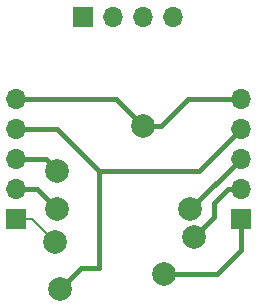
<source format=gbr>
%TF.GenerationSoftware,KiCad,Pcbnew,8.0.3*%
%TF.CreationDate,2024-10-12T13:36:13-04:00*%
%TF.ProjectId,puzzle-piece-pcb,70757a7a-6c65-42d7-9069-6563652d7063,rev?*%
%TF.SameCoordinates,Original*%
%TF.FileFunction,Copper,L1,Top*%
%TF.FilePolarity,Positive*%
%FSLAX46Y46*%
G04 Gerber Fmt 4.6, Leading zero omitted, Abs format (unit mm)*
G04 Created by KiCad (PCBNEW 8.0.3) date 2024-10-12 13:36:13*
%MOMM*%
%LPD*%
G01*
G04 APERTURE LIST*
%TA.AperFunction,ComponentPad*%
%ADD10R,1.700000X1.700000*%
%TD*%
%TA.AperFunction,ComponentPad*%
%ADD11O,1.700000X1.700000*%
%TD*%
%TA.AperFunction,ViaPad*%
%ADD12C,2.000000*%
%TD*%
%TA.AperFunction,Conductor*%
%ADD13C,0.396748*%
%TD*%
%TA.AperFunction,Conductor*%
%ADD14C,0.200000*%
%TD*%
G04 APERTURE END LIST*
D10*
%TO.P,J1,1,Pin_1*%
%TO.N,OLED_GND *%
X159950000Y-90725000D03*
D11*
%TO.P,J1,2,Pin_2*%
%TO.N,+3.3V*%
X162490000Y-90725000D03*
%TO.P,J1,3,Pin_3*%
%TO.N,S_SCL*%
X165030000Y-90725000D03*
%TO.P,J1,4,Pin_4*%
%TO.N,S_SDA*%
X167570000Y-90725000D03*
%TD*%
D10*
%TO.P,J3,1,Pin_1*%
%TO.N,UPDI*%
X173250000Y-107825000D03*
D11*
%TO.P,J3,2,Pin_2*%
%TO.N,TX*%
X173250000Y-105285000D03*
%TO.P,J3,3,Pin_3*%
%TO.N,RX*%
X173250000Y-102745000D03*
%TO.P,J3,4,Pin_4*%
%TO.N,OLED_GND *%
X173250000Y-100205000D03*
%TO.P,J3,5,Pin_5*%
%TO.N,+3.3V*%
X173250000Y-97665000D03*
%TD*%
D10*
%TO.P,J2,1,Pin_1*%
%TO.N,H_SDA*%
X154250000Y-107825000D03*
D11*
%TO.P,J2,2,Pin_2*%
%TO.N,H_SCL*%
X154250000Y-105285000D03*
%TO.P,J2,3,Pin_3*%
%TO.N,ANALOG*%
X154250000Y-102745000D03*
%TO.P,J2,4,Pin_4*%
%TO.N,OLED_GND *%
X154250000Y-100205000D03*
%TO.P,J2,5,Pin_5*%
%TO.N,+3.3V*%
X154250000Y-97665000D03*
%TD*%
D12*
%TO.N,+3.3V*%
X165000000Y-100000000D03*
%TO.N,ANALOG*%
X157750000Y-103750000D03*
%TO.N,H_SDA*%
X157500000Y-109750000D03*
%TO.N,H_SCL*%
X157750000Y-107000000D03*
%TO.N,TX*%
X169265743Y-109391684D03*
%TO.N,RX*%
X169000000Y-107000000D03*
%TO.N,UPDI*%
X166750000Y-112500000D03*
%TO.N,OLED_GND *%
X158000000Y-113750000D03*
%TD*%
D13*
%TO.N,+3.3V*%
X165000000Y-100000000D02*
X166500000Y-100000000D01*
X154250000Y-97665000D02*
X162665000Y-97665000D01*
X166500000Y-100000000D02*
X168835000Y-97665000D01*
X168835000Y-97665000D02*
X173250000Y-97665000D01*
X162665000Y-97665000D02*
X165000000Y-100000000D01*
%TO.N,ANALOG*%
X154250000Y-102745000D02*
X156745000Y-102745000D01*
X156745000Y-102745000D02*
X157750000Y-103750000D01*
D14*
%TO.N,H_SDA*%
X154250000Y-107825000D02*
X155575000Y-107825000D01*
X155575000Y-107825000D02*
X157500000Y-109750000D01*
D13*
%TO.N,H_SCL*%
X154250000Y-105285000D02*
X156035000Y-105285000D01*
X156035000Y-105285000D02*
X157750000Y-107000000D01*
%TO.N,TX*%
X171000000Y-107657427D02*
X171000000Y-106500000D01*
X171000000Y-106500000D02*
X172215000Y-105285000D01*
X172215000Y-105285000D02*
X173250000Y-105285000D01*
X169265743Y-109391684D02*
X171000000Y-107657427D01*
%TO.N,RX*%
X169000000Y-107000000D02*
X169000000Y-106995000D01*
X169000000Y-106995000D02*
X173250000Y-102745000D01*
%TO.N,UPDI*%
X173250000Y-110500000D02*
X171250000Y-112500000D01*
X173250000Y-107825000D02*
X173250000Y-110500000D01*
X171250000Y-112500000D02*
X166750000Y-112500000D01*
%TO.N,OLED_GND *%
X161250000Y-112000000D02*
X159750000Y-112000000D01*
X157705000Y-100205000D02*
X161250000Y-103750000D01*
X161250000Y-103750000D02*
X169705000Y-103750000D01*
X169705000Y-103750000D02*
X173250000Y-100205000D01*
X154250000Y-100205000D02*
X157705000Y-100205000D01*
X159750000Y-112000000D02*
X158000000Y-113750000D01*
X161250000Y-103750000D02*
X161250000Y-112000000D01*
%TD*%
M02*

</source>
